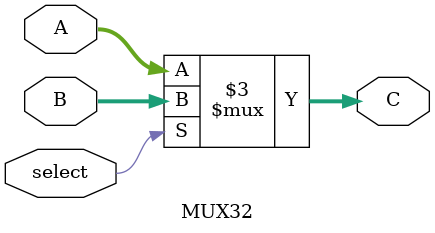
<source format=v>
module MUX32 (
  input wire [31:0] A,
  input wire [31:0] B,
  input wire select,
  output reg [31:0] C
);

  always @ (*) begin
    if (select) begin
      C <= B;
    end else begin
      C <= A;
    end
  end

endmodule

</source>
